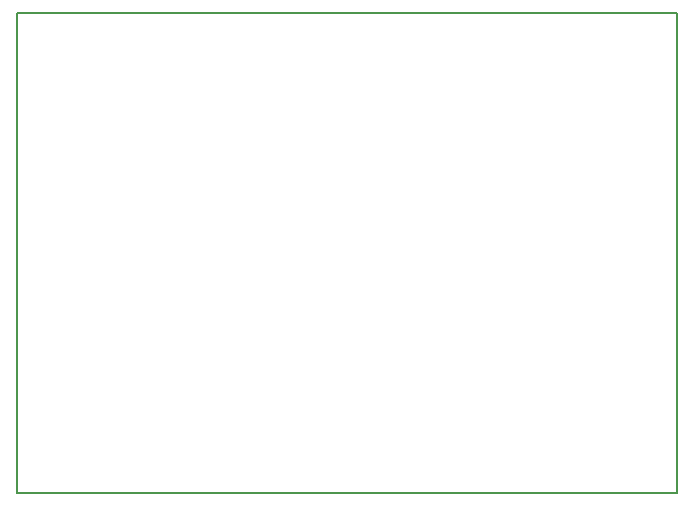
<source format=gbr>
G04 #@! TF.GenerationSoftware,KiCad,Pcbnew,5.1.7-a382d34a8~87~ubuntu18.04.1*
G04 #@! TF.CreationDate,2020-10-22T16:54:02+03:00*
G04 #@! TF.ProjectId,FreeSmart157AAC_29mm_devboard_5r_smd,46726565-536d-4617-9274-313537414143,rev?*
G04 #@! TF.SameCoordinates,Original*
G04 #@! TF.FileFunction,Profile,NP*
%FSLAX46Y46*%
G04 Gerber Fmt 4.6, Leading zero omitted, Abs format (unit mm)*
G04 Created by KiCad (PCBNEW 5.1.7-a382d34a8~87~ubuntu18.04.1) date 2020-10-22 16:54:02*
%MOMM*%
%LPD*%
G01*
G04 APERTURE LIST*
G04 #@! TA.AperFunction,Profile*
%ADD10C,0.150000*%
G04 #@! TD*
G04 APERTURE END LIST*
D10*
X-27940000Y-20320000D02*
X-27940000Y20320000D01*
X27940000Y-20320000D02*
X27940000Y20320000D01*
X27940000Y20320000D02*
X-27940000Y20320000D01*
X-27940000Y-20320000D02*
X27940000Y-20320000D01*
M02*

</source>
